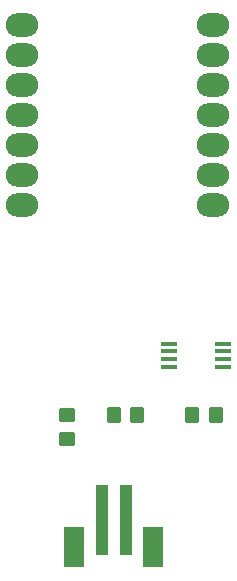
<source format=gbr>
%TF.GenerationSoftware,KiCad,Pcbnew,6.0.2+dfsg-1*%
%TF.CreationDate,2023-09-04T20:06:16+10:00*%
%TF.ProjectId,xiao-esp32c-temperature-sensor,7869616f-2d65-4737-9033-32632d74656d,rev?*%
%TF.SameCoordinates,Original*%
%TF.FileFunction,Paste,Top*%
%TF.FilePolarity,Positive*%
%FSLAX46Y46*%
G04 Gerber Fmt 4.6, Leading zero omitted, Abs format (unit mm)*
G04 Created by KiCad (PCBNEW 6.0.2+dfsg-1) date 2023-09-04 20:06:16*
%MOMM*%
%LPD*%
G01*
G04 APERTURE LIST*
G04 Aperture macros list*
%AMRoundRect*
0 Rectangle with rounded corners*
0 $1 Rounding radius*
0 $2 $3 $4 $5 $6 $7 $8 $9 X,Y pos of 4 corners*
0 Add a 4 corners polygon primitive as box body*
4,1,4,$2,$3,$4,$5,$6,$7,$8,$9,$2,$3,0*
0 Add four circle primitives for the rounded corners*
1,1,$1+$1,$2,$3*
1,1,$1+$1,$4,$5*
1,1,$1+$1,$6,$7*
1,1,$1+$1,$8,$9*
0 Add four rect primitives between the rounded corners*
20,1,$1+$1,$2,$3,$4,$5,0*
20,1,$1+$1,$4,$5,$6,$7,0*
20,1,$1+$1,$6,$7,$8,$9,0*
20,1,$1+$1,$8,$9,$2,$3,0*%
G04 Aperture macros list end*
%ADD10R,1.000000X6.000000*%
%ADD11R,1.800000X3.400000*%
%ADD12RoundRect,0.250000X-0.350000X-0.450000X0.350000X-0.450000X0.350000X0.450000X-0.350000X0.450000X0*%
%ADD13R,1.400000X0.410000*%
%ADD14RoundRect,1.000000X-0.375000X0.000000X0.375000X0.000000X0.375000X0.000000X-0.375000X0.000000X0*%
%ADD15RoundRect,0.250000X-0.450000X0.350000X-0.450000X-0.350000X0.450000X-0.350000X0.450000X0.350000X0*%
%ADD16RoundRect,0.250000X0.350000X0.450000X-0.350000X0.450000X-0.350000X-0.450000X0.350000X-0.450000X0*%
G04 APERTURE END LIST*
D10*
%TO.C,CN1*%
X131000000Y-134840000D03*
X129000000Y-134840000D03*
D11*
X126650000Y-137160000D03*
X133350000Y-137160000D03*
%TD*%
D12*
%TO.C,R1*%
X130000000Y-126000000D03*
X132000000Y-126000000D03*
%TD*%
D13*
%TO.C,U2*%
X134650000Y-119940000D03*
X134650000Y-120590000D03*
X134650000Y-121250000D03*
X134650000Y-121900000D03*
X139250000Y-121900000D03*
X139250000Y-121250000D03*
X139250000Y-120590000D03*
X139250000Y-119940000D03*
%TD*%
D14*
%TO.C,U1*%
X122219000Y-92999250D03*
X122219000Y-95539250D03*
X122219000Y-98079250D03*
X122219000Y-100619250D03*
X122219000Y-103159250D03*
X122219000Y-105699250D03*
X122219000Y-108239250D03*
X138384000Y-108239250D03*
X138384000Y-105699250D03*
X138384000Y-103159250D03*
X138384000Y-100619250D03*
X138384000Y-98079250D03*
X138384000Y-95539250D03*
X138384000Y-92999250D03*
%TD*%
D15*
%TO.C,R2*%
X126000000Y-126000000D03*
X126000000Y-128000000D03*
%TD*%
D16*
%TO.C,R3*%
X138650000Y-125940000D03*
X136650000Y-125940000D03*
%TD*%
M02*

</source>
